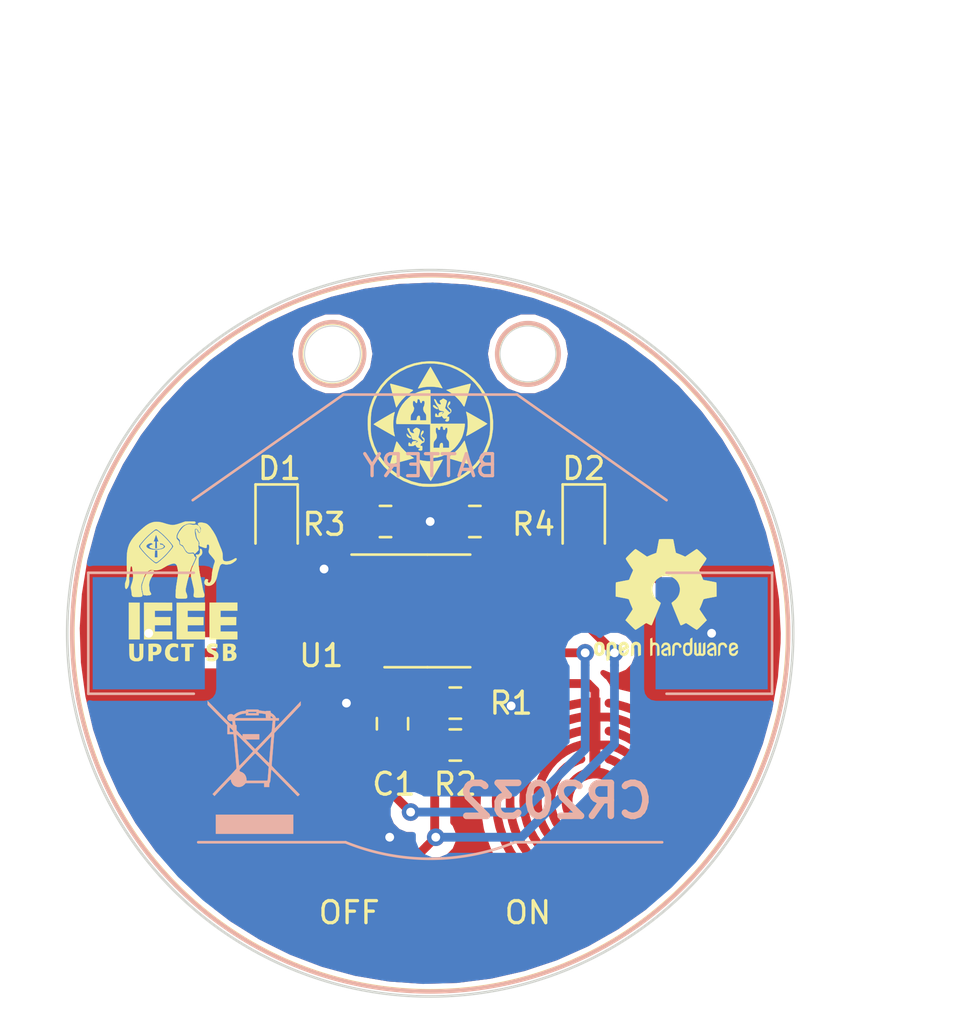
<source format=kicad_pcb>
(kicad_pcb (version 20171130) (host pcbnew 5.0.2-bee76a0~70~ubuntu18.04.1)
  (layers (0 F.Cu signal) (31 B.Cu signal) (34 B.Paste user) (35 F.Paste user) (36 B.SilkS user) (37 F.SilkS user) (38 B.Mask user) (39 F.Mask user) (44 Edge.Cuts user))
  (net 0 "")
  (net 1 "Net-(BT1-Pad1)")
  (net 2 GND)
  (net 3 "Net-(C1-Pad1)")
  (net 4 "Net-(D1-Pad1)")
  (net 5 "Net-(D1-Pad2)")
  (net 6 "Net-(D2-Pad1)")
  (net 7 "Net-(JP1-Pad1)")
  (net 8 "Net-(JP2-Pad2)")
  (net 9 "Net-(U1-Pad7)")
  (module Symbol:g2 (layer F.Cu) (at 140.208 114.3 90)
    (fp_text reference ON (at -5.08 -3.048 180) (layer F.SilkS))
    (fp_text value ON)
    (pad 2 smd custom (at 4.445 0 90) (size 0.5 0.5) (layers F.Cu F.Paste F.Mask) (net 8 "Net-(JP2-Pad2)") (options (clearance outline) (anchor rect)) (primitives (gr_line (start -1.905 -0.635) (end -1.905 0.635) (width 0.4)) (gr_arc (start -4.445 0) (end -1.905001 -0.634999) (angle -151.9) (width 0.4)) (gr_circle (center -4.445 0) (end -3.175 0) (width 0.5)) (gr_arc (start -4.445 0) (end -6.984999 0.634999) (angle -151.9) (width 0.4)) (gr_line (start -2.921 0) (end 0 0) (width 0.5)) (gr_line (start -0.635 -0.635) (end -0.635 0.635) (width 0.4)) (gr_arc (start -4.445 0) (end -0.635001 -0.634999) (angle -161) (width 0.4)) (gr_arc (start -4.445 0) (end -8.254999 0.634999) (angle -161) (width 0.4))))
    (pad 1 smd custom (at -4.3942 0 90) (size 0.5 0.5) (layers F.Cu F.Paste F.Mask) (net 2 GND) (options (clearance outline) (anchor rect)) (primitives (gr_line (start -0.0508 0.635) (end -0.0508 0) (width 0.4)) (gr_line (start 1.2192 0) (end 1.2192 0.635) (width 0.4)) (gr_arc (start 4.3942 0) (end 6.299199 -0.634999) (angle -143.1) (width 0.4)) (gr_line (start 2.4892 -0.635) (end 2.4892 0) (width 0.4)) (gr_arc (start 4.3942 0) (end 8.839199 -0.634999) (angle -163.7) (width 0.4)) (gr_line (start -0.0508 -0.635) (end -0.0508 0) (width 0.4)) (gr_line (start 2.4892 0) (end 2.4892 0.635) (width 0.4)) (gr_arc (start 4.3942 0) (end 7.569199 -0.634999) (angle -157.3) (width 0.4)) (gr_line (start 1.2192 -0.635) (end 1.2192 0) (width 0.4)) (gr_arc (start 4.3942 0) (end 1.219201 0.634999) (angle -157.3) (width 0.4)) (gr_line (start 0.0762 0) (end 2.3142 0) (width 0.5)) (gr_arc (start 4.3942 0) (end 2.489201 0.634999) (angle -143.1) (width 0.4)) (gr_arc (start 4.3942 0) (end -0.050799 0.634999) (angle -163.7) (width 0.4))))
  )
  (module Symbol:g2 (layer F.Cu) (at 125.222 114.3 90)
    (fp_text reference OFF (at -5.08 3.81 180) (layer F.SilkS))
    (fp_text value OFF)
    (pad 2 smd custom (at 4.445 0 90) (size 0.5 0.5) (layers F.Cu F.Paste F.Mask) (net 1 "Net-(BT1-Pad1)") (options (clearance outline) (anchor rect)) (primitives (gr_line (start -1.905 -0.635) (end -1.905 0.635) (width 0.4)) (gr_arc (start -4.445 0) (end -1.905001 -0.634999) (angle -151.9) (width 0.4)) (gr_circle (center -4.445 0) (end -3.175 0) (width 0.5)) (gr_arc (start -4.445 0) (end -6.984999 0.634999) (angle -151.9) (width 0.4)) (gr_line (start -2.921 0) (end 0 0) (width 0.5)) (gr_line (start -0.635 -0.635) (end -0.635 0.635) (width 0.4)) (gr_arc (start -4.445 0) (end -0.635001 -0.634999) (angle -161) (width 0.4)) (gr_arc (start -4.445 0) (end -8.254999 0.634999) (angle -161) (width 0.4))))
    (pad 1 smd custom (at -4.3942 0 90) (size 0.5 0.5) (layers F.Cu F.Paste F.Mask) (net 7 "Net-(JP1-Pad1)") (options (clearance outline) (anchor rect)) (primitives (gr_line (start -0.0508 0.635) (end -0.0508 0) (width 0.4)) (gr_line (start 1.2192 0) (end 1.2192 0.635) (width 0.4)) (gr_arc (start 4.3942 0) (end 6.299199 -0.634999) (angle -143.1) (width 0.4)) (gr_line (start 2.4892 -0.635) (end 2.4892 0) (width 0.4)) (gr_arc (start 4.3942 0) (end 8.839199 -0.634999) (angle -163.7) (width 0.4)) (gr_line (start -0.0508 -0.635) (end -0.0508 0) (width 0.4)) (gr_line (start 2.4892 0) (end 2.4892 0.635) (width 0.4)) (gr_arc (start 4.3942 0) (end 7.569199 -0.634999) (angle -157.3) (width 0.4)) (gr_line (start 1.2192 -0.635) (end 1.2192 0) (width 0.4)) (gr_arc (start 4.3942 0) (end 1.219201 0.634999) (angle -157.3) (width 0.4)) (gr_line (start 0.0762 0) (end 2.3142 0) (width 0.5)) (gr_arc (start 4.3942 0) (end 2.489201 0.634999) (angle -143.1) (width 0.4)) (gr_arc (start 4.3942 0) (end -0.050799 0.634999) (angle -163.7) (width 0.4))))
  )
  (module Battery:BatteryHolder_Keystone_3002_1x2032 (layer B.Cu) (at 132.715001 106.68)
    (fp_text reference BATTERY (at -0.000001 -7.62) (layer B.SilkS) (effects (justify mirror)))
    (fp_text value CR2032)
    (pad 1 smd rect (at 12.8 0) (size 5.1 5.1) (layers B.Cu B.Paste B.Mask) (net 1 "Net-(BT1-Pad1)"))
    (pad 1 smd rect (at -12.8 0) (size 5.1 5.1) (layers B.Cu B.Paste B.Mask) (net 1 "Net-(BT1-Pad1)"))
    (pad 2 smd circle (at 0 0) (size 12 12) (layers B.Cu B.Mask) (net 2 GND))
  )
  (module Capacitor_SMD:C_0805_2012Metric (layer F.Cu) (at 131.0005 110.7925 90)
    (fp_text reference C1 (at -2.7455 0.0635 180) (layer F.SilkS))
    (fp_text value C)
    (pad 1 smd roundrect (at -0.9375 0 90) (size 0.975 1.4) (layers F.Cu F.Paste F.Mask) (net 3 "Net-(C1-Pad1)"))
    (pad 2 smd roundrect (at 0.9375 0 90) (size 0.975 1.4) (layers F.Cu F.Paste F.Mask) (net 2 GND))
  )
  (module Diode_SMD:D_0805_2012Metric (layer F.Cu) (at 125.73 101.6 270)
    (fp_text reference D1 (at -2.413 -0.127 180) (layer F.SilkS))
    (fp_text value LED)
    (pad 1 smd roundrect (at -0.9375 0 270) (size 0.975 1.4) (layers F.Cu F.Paste F.Mask) (net 4 "Net-(D1-Pad1)"))
    (pad 2 smd roundrect (at 0.9375 0 270) (size 0.975 1.4) (layers F.Cu F.Paste F.Mask) (net 5 "Net-(D1-Pad2)"))
  )
  (module Diode_SMD:D_0805_2012Metric (layer F.Cu) (at 139.7 101.6 270)
    (fp_text reference D2 (at -2.413 0 180) (layer F.SilkS))
    (fp_text value LED)
    (pad 2 smd roundrect (at 0.9375 0 270) (size 0.975 1.4) (layers F.Cu F.Paste F.Mask) (net 5 "Net-(D1-Pad2)"))
    (pad 1 smd roundrect (at -0.9375 0 270) (size 0.975 1.4) (layers F.Cu F.Paste F.Mask) (net 6 "Net-(D2-Pad1)"))
  )
  (module Resistor_SMD:R_0805_2012Metric (layer F.Cu) (at 133.858 109.855)
    (fp_text reference R1 (at 2.54 0) (layer F.SilkS))
    (fp_text value 3M3)
    (pad 1 smd roundrect (at -0.9375 0) (size 0.975 1.4) (layers F.Cu F.Paste F.Mask) (net 1 "Net-(BT1-Pad1)"))
    (pad 2 smd roundrect (at 0.9375 0) (size 0.975 1.4) (layers F.Cu F.Paste F.Mask) (net 8 "Net-(JP2-Pad2)"))
  )
  (module Resistor_SMD:R_0805_2012Metric (layer F.Cu) (at 133.858 111.76)
    (fp_text reference R2 (at 0 1.778) (layer F.SilkS))
    (fp_text value 3M3)
    (pad 1 smd roundrect (at -0.9375 0) (size 0.975 1.4) (layers F.Cu F.Paste F.Mask) (net 7 "Net-(JP1-Pad1)"))
    (pad 2 smd roundrect (at 0.9375 0) (size 0.975 1.4) (layers F.Cu F.Paste F.Mask) (net 2 GND))
  )
  (module Resistor_SMD:R_0805_2012Metric (layer F.Cu) (at 130.683 101.6 180)
    (fp_text reference R3 (at 2.794 -0.127 180) (layer F.SilkS))
    (fp_text value 130)
    (pad 2 smd roundrect (at 0.9375 0 180) (size 0.975 1.4) (layers F.Cu F.Paste F.Mask) (net 4 "Net-(D1-Pad1)"))
    (pad 1 smd roundrect (at -0.9375 0 180) (size 0.975 1.4) (layers F.Cu F.Paste F.Mask) (net 2 GND))
  )
  (module Resistor_SMD:R_0805_2012Metric (layer F.Cu) (at 134.747 101.6 180)
    (fp_text reference R4 (at -2.667 -0.127) (layer F.SilkS))
    (fp_text value 130)
    (pad 2 smd roundrect (at 0.9375 0 180) (size 0.975 1.4) (layers F.Cu F.Paste F.Mask) (net 2 GND))
    (pad 1 smd roundrect (at -0.9375 0 180) (size 0.975 1.4) (layers F.Cu F.Paste F.Mask) (net 6 "Net-(D2-Pad1)"))
  )
  (module Package_SO:SOIC-8_3.9x4.9mm_P1.27mm (layer F.Cu) (at 132.588 105.664)
    (fp_text reference U1 (at -4.826 2.032) (layer F.SilkS))
    (fp_text value TLC555)
    (pad 1 smd roundrect (at -2.475 -1.905) (size 1.95 0.6) (layers F.Cu F.Paste F.Mask) (net 2 GND))
    (pad 2 smd roundrect (at -2.475 -0.635) (size 1.95 0.6) (layers F.Cu F.Paste F.Mask) (net 8 "Net-(JP2-Pad2)"))
    (pad 3 smd roundrect (at -2.475 0.635) (size 1.95 0.6) (layers F.Cu F.Paste F.Mask) (net 5 "Net-(D1-Pad2)"))
    (pad 4 smd roundrect (at -2.475 1.905) (size 1.95 0.6) (layers F.Cu F.Paste F.Mask) (net 1 "Net-(BT1-Pad1)"))
    (pad 5 smd roundrect (at 2.475 1.905) (size 1.95 0.6) (layers F.Cu F.Paste F.Mask) (net 3 "Net-(C1-Pad1)"))
    (pad 6 smd roundrect (at 2.475 0.635) (size 1.95 0.6) (layers F.Cu F.Paste F.Mask) (net 7 "Net-(JP1-Pad1)"))
    (pad 7 smd roundrect (at 2.475 -0.635) (size 1.95 0.6) (layers F.Cu F.Paste F.Mask) (net 9 "Net-(U1-Pad7)"))
    (pad 8 smd roundrect (at 2.475 -1.905) (size 1.95 0.6) (layers F.Cu F.Paste F.Mask) (net 1 "Net-(BT1-Pad1)"))
  )
  (module TallerSoldadura:ico1 (layer F.Cu) (at 153.67 102.362)
    (fp_text reference G*** hide)
    (fp_text value LOGO hide)
  )
  (module TallerSoldadura:icoieee (layer F.Cu) (at 121.412 104.902)
    (fp_text reference G*** hide)
    (fp_text value LOGO hide)
  )
  (module TallerSoldadura:ico8 (layer F.Cu) (at 132.715 97.155)
    (fp_text reference G*** hide)
    (fp_text value LOGO hide)
  )
  (module Symbol:WEEE-Logo_4.2x6mm_SilkScreen (layer B.Cu) (at 124.714 112.776 180)
    (fp_text reference REF** hide)
    (fp_text value WEEE-Logo_4.2x6mm_SilkScreen hide)
  )
  (module TallerSoldadura:logo (layer F.Cu) (at 115.951 79.3115)
    (fp_text reference G*** hide)
    (fp_text value LOGO hide)
  )
  (module TallerSoldadura:logo (layer F.Cu) (at 128.2065 87.1855)
    (fp_text reference G*** hide)
    (fp_text value LOGO hide)
  )
  (module Symbol:OSHW-Logo2_7.3x6mm_SilkScreen (layer F.Cu) (at 143.4465 105.156)
    (fp_text reference REF** hide)
    (fp_text value OSHW-Logo2_7.3x6mm_SilkScreen hide)
  )
  (gr_text CR2032 (at 138.43 114.3) (layer B.SilkS) (effects (font (size 1.5 1.5) (thickness 0.3)) (justify mirror)))
  (gr_circle (center 128.27 93.98) (end 129.667 93.599) (layer B.SilkS) (width 0.2))
  (gr_circle (center 137.16 93.98) (end 138.557 94.107) (layer B.SilkS) (width 0.2))
  (gr_circle (center 132.715 106.68) (end 142.24 93.472) (layer B.SilkS) (width 0.2))
  (gr_circle (center 128.27 93.98) (end 129.667 93.726) (layer F.SilkS) (width 0.2))
  (gr_circle (center 137.16 93.98) (end 138.43 93.472) (layer F.SilkS) (width 0.2))
  (gr_circle (center 132.715 106.68) (end 148.971 106.045) (layer F.SilkS) (width 0.2))
  (gr_circle (center 137.16 93.98) (end 138.43 93.98) (layer Edge.Cuts) (width 0.05))
  (gr_circle (center 128.27 93.98) (end 129.54 93.98) (layer Edge.Cuts) (width 0.05))
  (gr_circle (center 132.715 106.68) (end 149.225 106.68) (layer Edge.Cuts) (width 0.12))
  (segment (start 132.9205 109.855) (end 132.9205 108.7905) (width 0.4) (layer F.Cu) (net 1))
  (segment (start 131.699 107.569) (end 130.113 107.569) (width 0.4) (layer F.Cu) (net 1))
  (segment (start 132.9205 108.7905) (end 131.699 107.569) (width 0.4) (layer F.Cu) (net 1))
  (segment (start 125.73 107.569) (end 125.857 107.569) (width 0.4) (layer F.Cu) (net 1))
  (segment (start 125.222 109.22) (end 125.222 108.712) (width 0.4) (layer F.Cu) (net 1))
  (segment (start 130.113 107.569) (end 126.365 107.569) (width 0.4) (layer F.Cu) (net 1))
  (segment (start 126.365 107.569) (end 125.857 107.569) (width 0.4) (layer F.Cu) (net 1))
  (segment (start 125.222 108.204) (end 125.857 107.569) (width 0.4) (layer F.Cu) (net 1))
  (segment (start 125.222 109.22) (end 125.222 108.204) (width 0.4) (layer F.Cu) (net 1))
  (segment (start 125.222 109.855) (end 125.222 109.22) (width 0.4) (layer F.Cu) (net 1))
  (segment (start 120.804001 107.569) (end 119.915001 106.68) (width 0.4) (layer F.Cu) (net 1))
  (segment (start 125.857 107.569) (end 120.804001 107.569) (width 0.4) (layer F.Cu) (net 1))
  (via (at 119.915001 106.68) (size 0.8) (drill 0.4) (layers F.Cu B.Cu) (net 1))
  (segment (start 142.594001 103.759) (end 145.515001 106.68) (width 0.4) (layer F.Cu) (net 1))
  (segment (start 135.063 103.759) (end 142.594001 103.759) (width 0.4) (layer F.Cu) (net 1))
  (via (at 145.515001 106.68) (size 0.8) (drill 0.4) (layers F.Cu B.Cu) (net 1))
  (via (at 136.398 109.982) (size 0.8) (drill 0.4) (layers F.Cu B.Cu) (net 2))
  (via (at 127.889 103.759) (size 0.8) (drill 0.4) (layers F.Cu B.Cu) (net 2))
  (via (at 128.905 109.855) (size 0.8) (drill 0.4) (layers F.Cu B.Cu) (net 2))
  (segment (start 128.905 109.855) (end 131.0005 109.855) (width 0.4) (layer F.Cu) (net 2))
  (segment (start 127.889 103.759) (end 130.113 103.759) (width 0.4) (layer F.Cu) (net 2))
  (segment (start 134.7955 111.5845) (end 136.398 109.982) (width 0.4) (layer F.Cu) (net 2))
  (segment (start 134.7955 111.76) (end 134.7955 111.5845) (width 0.4) (layer F.Cu) (net 2))
  (segment (start 132.715 101.6) (end 131.6205 101.6) (width 0.4) (layer F.Cu) (net 2))
  (segment (start 133.8095 101.6) (end 132.715 101.6) (width 0.4) (layer F.Cu) (net 2))
  (via (at 132.715 101.6) (size 0.8) (drill 0.4) (layers F.Cu B.Cu) (net 2))
  (segment (start 140.208 120.015) (end 139.7 120.523) (width 0.4) (layer F.Cu) (net 2))
  (segment (start 140.208 119.38) (end 140.208 120.015) (width 0.4) (layer F.Cu) (net 2))
  (segment (start 134.7955 117.0155) (end 134.7955 111.76) (width 0.4) (layer F.Cu) (net 2))
  (segment (start 139.7 120.523) (end 138.303 120.523) (width 0.4) (layer F.Cu) (net 2))
  (segment (start 138.303 120.523) (end 134.7955 117.0155) (width 0.4) (layer F.Cu) (net 2))
  (segment (start 140.208 119.38) (end 140.208 118.6942) (width 0.4) (layer F.Cu) (net 2))
  (via (at 130.8735 115.951) (size 0.8) (drill 0.4) (layers F.Cu B.Cu) (net 2))
  (segment (start 131.0005 111.73) (end 131.0005 113.9825) (width 0.4) (layer F.Cu) (net 3))
  (via (at 131.826 114.808) (size 0.8) (drill 0.4) (layers F.Cu B.Cu) (net 3))
  (segment (start 131.0005 113.9825) (end 131.826 114.808) (width 0.4) (layer F.Cu) (net 3))
  (via (at 139.763502 107.569) (size 0.8) (drill 0.4) (layers F.Cu B.Cu) (net 3))
  (segment (start 135.063 107.569) (end 139.763502 107.569) (width 0.4) (layer F.Cu) (net 3))
  (segment (start 139.763502 108.134685) (end 139.763502 107.569) (width 0.4) (layer B.Cu) (net 3))
  (segment (start 139.763502 111.950498) (end 139.763502 108.134685) (width 0.4) (layer B.Cu) (net 3))
  (segment (start 131.826 114.808) (end 136.906 114.808) (width 0.4) (layer B.Cu) (net 3))
  (segment (start 136.906 114.808) (end 139.763502 111.950498) (width 0.4) (layer B.Cu) (net 3))
  (segment (start 127.7135 100.6625) (end 128.651 101.6) (width 0.4) (layer F.Cu) (net 4))
  (segment (start 125.73 100.6625) (end 127.7135 100.6625) (width 0.4) (layer F.Cu) (net 4))
  (segment (start 129.7455 101.6) (end 128.651 101.6) (width 0.4) (layer F.Cu) (net 4))
  (segment (start 125.73 102.5375) (end 125.73 104.775) (width 0.4) (layer F.Cu) (net 5))
  (segment (start 127.254 106.299) (end 130.113 106.299) (width 0.4) (layer F.Cu) (net 5))
  (segment (start 125.73 104.775) (end 127.254 106.299) (width 0.4) (layer F.Cu) (net 5))
  (segment (start 129.405084 102.87) (end 129.072584 102.5375) (width 0.4) (layer F.Cu) (net 5))
  (segment (start 129.072584 102.5375) (end 125.73 102.5375) (width 0.4) (layer F.Cu) (net 5))
  (segment (start 139.7 102.5375) (end 136.8575 102.5375) (width 0.4) (layer F.Cu) (net 5))
  (segment (start 136.525 102.87) (end 129.405084 102.87) (width 0.4) (layer F.Cu) (net 5))
  (segment (start 136.8575 102.5375) (end 136.525 102.87) (width 0.4) (layer F.Cu) (net 5))
  (segment (start 136.525 101.6) (end 135.6845 101.6) (width 0.4) (layer F.Cu) (net 6))
  (segment (start 139.7 100.6625) (end 137.4625 100.6625) (width 0.4) (layer F.Cu) (net 6))
  (segment (start 137.4625 100.6625) (end 136.525 101.6) (width 0.4) (layer F.Cu) (net 6))
  (segment (start 125.54351 119.01571) (end 129.90429 119.01571) (width 0.4) (layer F.Cu) (net 7))
  (segment (start 132.9205 115.9025) (end 132.969 115.951) (width 0.4) (layer F.Cu) (net 7))
  (segment (start 125.222 118.6942) (end 125.54351 119.01571) (width 0.4) (layer F.Cu) (net 7))
  (segment (start 132.569001 116.350999) (end 132.969 115.951) (width 0.4) (layer F.Cu) (net 7))
  (segment (start 132.9205 111.76) (end 132.9205 115.9025) (width 0.4) (layer F.Cu) (net 7))
  (via (at 132.969 115.951) (size 0.8) (drill 0.4) (layers F.Cu B.Cu) (net 7))
  (segment (start 129.90429 119.01571) (end 132.569001 116.350999) (width 0.4) (layer F.Cu) (net 7))
  (segment (start 132.969 115.951) (end 136.865542 115.951) (width 0.4) (layer B.Cu) (net 7))
  (segment (start 136.865542 115.951) (end 141.097 111.719542) (width 0.4) (layer B.Cu) (net 7))
  (segment (start 139.827 106.299) (end 140.697001 107.169001) (width 0.4) (layer F.Cu) (net 7))
  (segment (start 140.697001 107.169001) (end 141.097 107.569) (width 0.4) (layer F.Cu) (net 7))
  (segment (start 135.063 106.299) (end 139.827 106.299) (width 0.4) (layer F.Cu) (net 7))
  (via (at 141.097 107.569) (size 0.8) (drill 0.4) (layers F.Cu B.Cu) (net 7))
  (segment (start 141.097 111.719542) (end 141.097 108.134685) (width 0.4) (layer B.Cu) (net 7))
  (segment (start 141.097 108.134685) (end 141.097 107.569) (width 0.4) (layer B.Cu) (net 7))
  (segment (start 134.7955 109.6795) (end 134.7955 109.855) (width 0.4) (layer F.Cu) (net 8))
  (segment (start 134.7955 109.055) (end 133.0555 107.315) (width 0.4) (layer F.Cu) (net 8))
  (segment (start 134.7955 109.855) (end 134.7955 109.055) (width 0.4) (layer F.Cu) (net 8))
  (segment (start 133.0555 107.315) (end 133.0555 106.3855) (width 0.4) (layer F.Cu) (net 8))
  (segment (start 131.699 105.029) (end 130.113 105.029) (width 0.4) (layer F.Cu) (net 8))
  (segment (start 133.0555 106.3855) (end 131.699 105.029) (width 0.4) (layer F.Cu) (net 8))
  (segment (start 135.6845 108.966) (end 134.7955 109.855) (width 0.4) (layer F.Cu) (net 8))
  (segment (start 139.8905 108.966) (end 135.6845 108.966) (width 0.4) (layer F.Cu) (net 8))
  (segment (start 140.208 109.855) (end 140.208 109.2835) (width 0.4) (layer F.Cu) (net 8))
  (segment (start 140.208 109.2835) (end 139.8905 108.966) (width 0.4) (layer F.Cu) (net 8))
  (zone (net 2) (net_name GND) (layer F.Cu) (connect_pads yes (clearance 0.508)) (min_thickness 0.254) (fill yes (arc_segments 16) (thermal_gap 0.508) (thermal_bridge_width 0.508))
    (polygon (pts (xy 115.57 88.9) (xy 149.86 88.9) (xy 149.7965 124.46) (xy 115.5065 124.46)))
  )
  (zone (net 2) (net_name GND) (layer B.Cu) (connect_pads yes (clearance 0.508)) (min_thickness 0.254) (fill yes (arc_segments 16) (thermal_gap 0.508) (thermal_bridge_width 0.508))
    (polygon (pts (xy 115.57 88.9) (xy 149.86 88.9) (xy 149.86 124.46) (xy 115.57 124.46)))
  )
)
</source>
